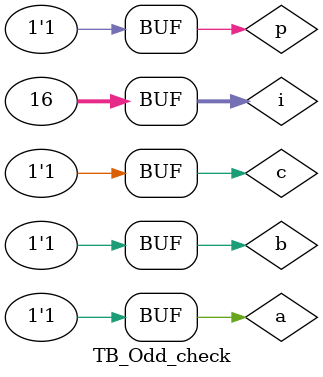
<source format=v>
`timescale 1ns / 1ps

module TB_Odd_check;
reg a,b,c,p;
wire check;
integer i;

Odd_checker dut(a,b,c,p,check);

initial begin 
for(i=0;i<16;i=i+1) begin
{a,b,c,p}=i; #10;
end
end
endmodule

</source>
